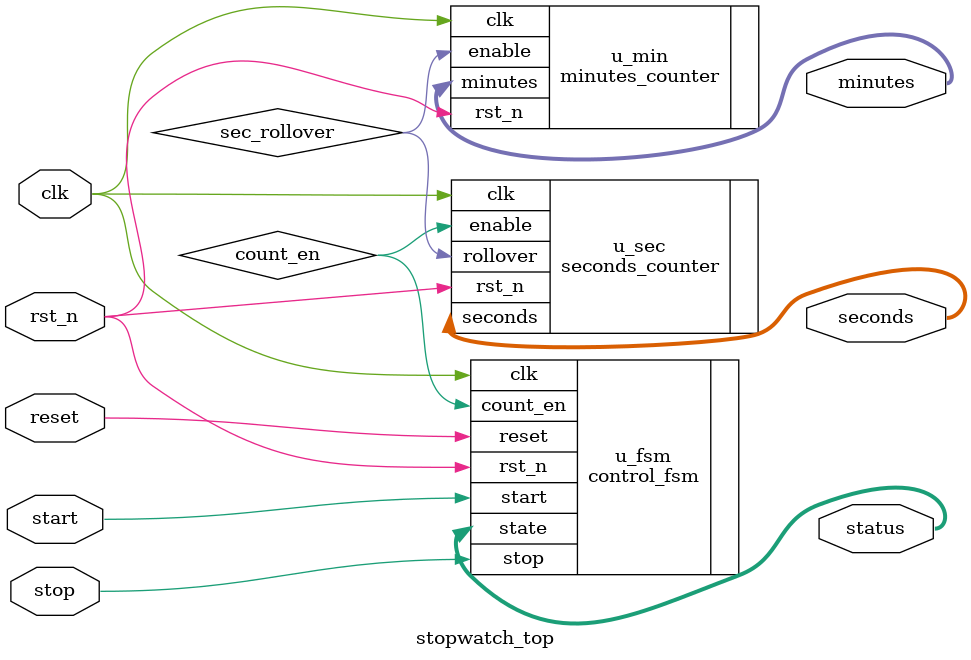
<source format=v>
module stopwatch_top (
    input  wire clk,
    input  wire rst_n,
    input  wire start,
    input  wire stop,
    input  wire reset,
    output wire [7:0] minutes,
    output wire [5:0] seconds,
    output wire [1:0] status
);

wire count_en;
wire sec_rollover;

control_fsm u_fsm (
    .clk(clk),
    .rst_n(rst_n),
    .start(start),
    .stop(stop),
    .reset(reset),
    .state(status),
    .count_en(count_en)
);

seconds_counter u_sec (
    .clk(clk),
    .rst_n(rst_n),
    .enable(count_en),
    .seconds(seconds),
    .rollover(sec_rollover)
);

minutes_counter u_min (
    .clk(clk),
    .rst_n(rst_n),
    .enable(sec_rollover),
    .minutes(minutes)
);

endmodule

</source>
